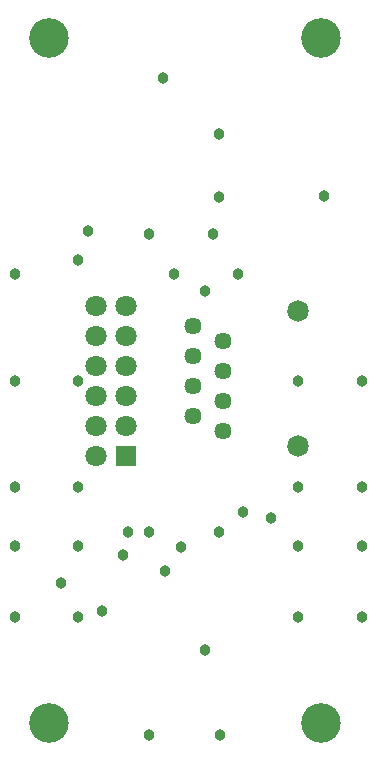
<source format=gbr>
G04 DesignSpark PCB PRO Gerber Version 10.0 Build 5299*
G04 #@! TF.Part,Single*
G04 #@! TF.FileFunction,Soldermask,Bot*
G04 #@! TF.FilePolarity,Negative*
%FSLAX35Y35*%
%MOIN*%
G04 #@! TA.AperFunction,ComponentPad*
%ADD106R,0.07096X0.07096*%
G04 #@! TA.AperFunction,ViaPad*
%ADD104C,0.03800*%
G04 #@! TA.AperFunction,ComponentPad*
%ADD108C,0.05730*%
%ADD107C,0.07096*%
%ADD109C,0.07194*%
G04 #@! TA.AperFunction,WasherPad*
%ADD105C,0.13198*%
G04 #@! TD.AperFunction*
X0Y0D02*
D02*
D104*
X16535Y59449D03*
Y83071D03*
Y102756D03*
Y138189D03*
Y173622D03*
X31890Y70866D03*
X37795Y59449D03*
Y83071D03*
Y102756D03*
Y138189D03*
Y178346D03*
X40945Y188189D03*
X45669Y61417D03*
X52756Y79921D03*
X54331Y87795D03*
X61417Y20079D03*
Y87795D03*
Y187008D03*
X66142Y238976D03*
X66535Y74803D03*
X69685Y173622D03*
X72047Y82677D03*
X79921Y48425D03*
Y168110D03*
X82677Y187008D03*
X84646Y87795D03*
Y199213D03*
Y220472D03*
X85039Y20079D03*
X90945Y173622D03*
X92520Y94488D03*
X101969Y92520D03*
X111024Y59449D03*
Y83071D03*
Y102756D03*
Y138189D03*
X119685Y199606D03*
X132283Y59449D03*
Y83071D03*
Y102756D03*
Y138189D03*
D02*
D105*
X27953Y24016D03*
Y252362D03*
X118504Y24016D03*
Y252362D03*
D02*
D106*
X53543Y113189D03*
D02*
D107*
X43543D03*
Y123189D03*
Y133189D03*
Y143189D03*
Y153189D03*
Y163189D03*
X53543Y123189D03*
Y133189D03*
Y143189D03*
Y153189D03*
Y163189D03*
D02*
D108*
X75827Y126260D03*
Y136260D03*
Y146260D03*
Y156260D03*
X85827Y121260D03*
Y131260D03*
Y141260D03*
Y151260D03*
D02*
D109*
X110827Y116256D03*
Y161264D03*
X0Y0D02*
M02*

</source>
